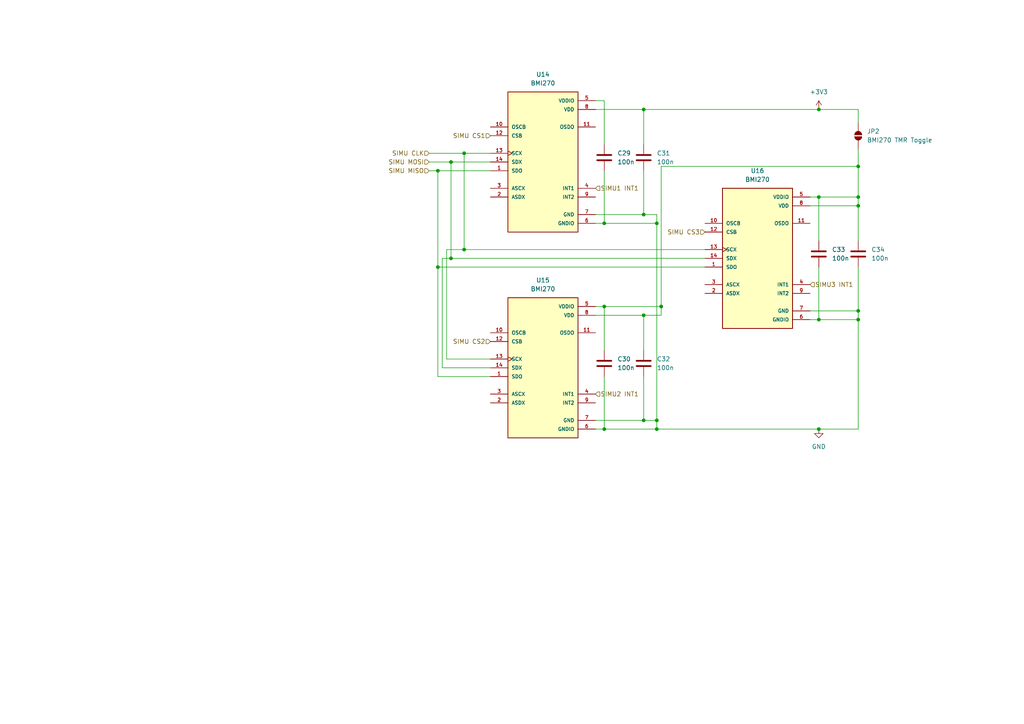
<source format=kicad_sch>
(kicad_sch (version 20250114) (generator "eeschema") (generator_version "9.0")
  (paper "A4")
  (lib_symbols
    (symbol "BMI270:BMI270" (pin_names (offset 1.016))
      (property "Reference" "U" (at -10.16 21.082 0))
      (property "Value" "BMI270" (at -10.16 -22.86 0))
      (symbol "BMI270_0_0"
        (rectangle (start -10.16 -20.32) (end 10.16 20.32) (stroke (width 0.254)) (fill (type background)))
        (pin input line (at -15.24 10.16 0) (length 5.08) (name "OSCB") (number "10"))
        (pin input line (at -15.24 7.62 0) (length 5.08) (name "CSB") (number "12"))
        (pin input clock (at -15.24 2.54 0) (length 5.08) (name "SCX") (number "13"))
        (pin bidirectional line (at -15.24 0 0) (length 5.08) (name "SDX") (number "14"))
        (pin bidirectional line (at -15.24 -2.54 0) (length 5.08) (name "SDO") (number "1"))
        (pin bidirectional line (at -15.24 -7.62 0) (length 5.08) (name "ASCX") (number "3"))
        (pin bidirectional line (at -15.24 -10.16 0) (length 5.08) (name "ASDX") (number "2"))
        (pin power_in line (at 15.24 17.78 180) (length 5.08) (name "VDDIO") (number "5"))
        (pin power_in line (at 15.24 15.24 180) (length 5.08) (name "VDD") (number "8"))
        (pin output line (at 15.24 10.16 180) (length 5.08) (name "OSDO") (number "11"))
        (pin bidirectional line (at 15.24 -7.62 180) (length 5.08) (name "INT1") (number "4"))
        (pin bidirectional line (at 15.24 -10.16 180) (length 5.08) (name "INT2") (number "9"))
        (pin power_in line (at 15.24 -15.24 180) (length 5.08) (name "GND") (number "7"))
        (pin power_in line (at 15.24 -17.78 180) (length 5.08) (name "GNDIO") (number "6"))
      )
    )
    (symbol "Device:C" (pin_numbers (hide yes)) (pin_names (offset 0.254))
      (property "Reference" "C" (at 0.635 2.54 0))
      (property "Value" "C" (at 0.635 -2.54 0))
      (symbol "C_0_1"
        (polyline (pts (xy -2.032 0.762) (xy 2.032 0.762)) (stroke (width 0.508)))
        (polyline (pts (xy -2.032 -0.762) (xy 2.032 -0.762)) (stroke (width 0.508)))
      )
      (symbol "C_1_1"
        (pin passive line (at 0 3.81 270) (length 2.794) (name "~") (number "1"))
        (pin passive line (at 0 -3.81 90) (length 2.794) (name "~") (number "2"))
      )
    )
    (symbol "Jumper:SolderJumper_2_Open" (pin_numbers (hide yes)) (pin_names (offset 0) (hide yes)) (in_bom no)
      (property "Reference" "JP" (at 0 2.032 0))
      (property "Value" "SolderJumper_2_Open" (at 0 -2.54 0))
      (symbol "SolderJumper_2_Open_0_1"
        (polyline (pts (xy -0.254 1.016) (xy -0.254 -1.016)))
        (arc (start -0.254 -1.016) (mid -1.2656 0) (end -0.254 1.016))
        (arc (start -0.254 -1.016) (mid -1.2656 0) (end -0.254 1.016) (fill (type outline)))
        (arc (start 0.254 1.016) (mid 1.2656 0) (end 0.254 -1.016))
        (arc (start 0.254 1.016) (mid 1.2656 0) (end 0.254 -1.016) (fill (type outline)))
        (polyline (pts (xy 0.254 1.016) (xy 0.254 -1.016)))
      )
      (symbol "SolderJumper_2_Open_1_1"
        (pin passive line (at -3.81 0 0) (length 2.54) (name "A") (number "1"))
        (pin passive line (at 3.81 0 180) (length 2.54) (name "B") (number "2"))
      )
    )
    (symbol "power:+3V3" (power) (pin_numbers (hide yes)) (pin_names (offset 0) (hide yes))
      (property "Value" "+3V3" (at 0 3.556 0))
      (symbol "+3V3_0_1"
        (polyline (pts (xy -0.762 1.27) (xy 0 2.54)))
        (polyline (pts (xy 0 2.54) (xy 0.762 1.27)))
        (polyline (pts (xy 0 0) (xy 0 2.54)))
      )
      (symbol "+3V3_1_1"
        (pin power_in line (at 0 0 90) (length 0) (name "~") (number "1"))
      )
    )
    (symbol "power:GND" (power) (pin_numbers (hide yes)) (pin_names (offset 0) (hide yes))
      (property "Value" "GND" (at 0 -3.81 0))
      (symbol "GND_0_1"
        (polyline (pts (xy 0 0) (xy 0 -1.27) (xy 1.27 -1.27) (xy 0 -2.54) (xy -1.27 -1.27) (xy 0 -1.27)))
      )
      (symbol "GND_1_1"
        (pin power_in line (at 0 0 270) (length 0) (name "~") (number "1"))
      )
    )
  )
  (junction (at 248.92 59.69))
  (junction (at 175.26 64.77))
  (junction (at 237.49 31.75))
  (junction (at 190.5 121.92))
  (junction (at 175.26 88.9))
  (junction (at 130.81 46.99))
  (junction (at 248.92 90.17))
  (junction (at 127 49.53))
  (junction (at 186.69 31.75))
  (junction (at 186.69 62.23))
  (junction (at 237.49 57.15))
  (junction (at 127 77.47))
  (junction (at 191.77 88.9))
  (junction (at 237.49 92.71))
  (junction (at 175.26 124.46))
  (junction (at 190.5 124.46))
  (junction (at 248.92 92.71))
  (junction (at 248.92 48.26))
  (junction (at 186.69 121.92))
  (junction (at 134.62 44.45))
  (junction (at 248.92 57.15))
  (junction (at 186.69 91.44))
  (junction (at 134.62 72.39))
  (junction (at 237.49 124.46))
  (junction (at 190.5 64.77))
  (junction (at 130.81 74.93))
  (wire (pts (xy 127 77.47) (xy 204.47 77.47)))
  (wire (pts (xy 172.72 91.44) (xy 186.69 91.44)))
  (wire (pts (xy 248.92 90.17) (xy 248.92 92.71)))
  (wire (pts (xy 130.81 46.99) (xy 142.24 46.99)))
  (wire (pts (xy 172.72 31.75) (xy 186.69 31.75)))
  (wire (pts (xy 142.24 49.53) (xy 127 49.53)))
  (wire (pts (xy 186.69 31.75) (xy 237.49 31.75)))
  (wire (pts (xy 129.54 72.39) (xy 129.54 104.14)))
  (wire (pts (xy 237.49 77.47) (xy 237.49 92.71)))
  (wire (pts (xy 124.46 44.45) (xy 134.62 44.45)))
  (wire (pts (xy 237.49 57.15) (xy 234.95 57.15)))
  (wire (pts (xy 248.92 57.15) (xy 248.92 48.26)))
  (wire (pts (xy 186.69 121.92) (xy 190.5 121.92)))
  (wire (pts (xy 248.92 57.15) (xy 237.49 57.15)))
  (wire (pts (xy 172.72 124.46) (xy 175.26 124.46)))
  (wire (pts (xy 134.62 44.45) (xy 134.62 72.39)))
  (wire (pts (xy 130.81 74.93) (xy 204.47 74.93)))
  (wire (pts (xy 186.69 62.23) (xy 190.5 62.23)))
  (wire (pts (xy 248.92 31.75) (xy 237.49 31.75)))
  (wire (pts (xy 128.27 74.93) (xy 130.81 74.93)))
  (wire (pts (xy 142.24 106.68) (xy 128.27 106.68)))
  (wire (pts (xy 234.95 90.17) (xy 248.92 90.17)))
  (wire (pts (xy 134.62 72.39) (xy 129.54 72.39)))
  (wire (pts (xy 175.26 88.9) (xy 175.26 101.6)))
  (wire (pts (xy 237.49 124.46) (xy 248.92 124.46)))
  (wire (pts (xy 175.26 29.21) (xy 175.26 41.91)))
  (wire (pts (xy 124.46 46.99) (xy 130.81 46.99)))
  (wire (pts (xy 127 77.47) (xy 127 109.22)))
  (wire (pts (xy 186.69 49.53) (xy 186.69 62.23)))
  (wire (pts (xy 186.69 109.22) (xy 186.69 121.92)))
  (wire (pts (xy 134.62 72.39) (xy 204.47 72.39)))
  (wire (pts (xy 191.77 48.26) (xy 248.92 48.26)))
  (wire (pts (xy 186.69 91.44) (xy 186.69 101.6)))
  (wire (pts (xy 190.5 64.77) (xy 190.5 121.92)))
  (wire (pts (xy 190.5 64.77) (xy 190.5 62.23)))
  (wire (pts (xy 248.92 59.69) (xy 248.92 69.85)))
  (wire (pts (xy 234.95 92.71) (xy 237.49 92.71)))
  (wire (pts (xy 127 109.22) (xy 142.24 109.22)))
  (wire (pts (xy 175.26 124.46) (xy 190.5 124.46)))
  (wire (pts (xy 248.92 48.26) (xy 248.92 43.18)))
  (wire (pts (xy 130.81 46.99) (xy 130.81 74.93)))
  (wire (pts (xy 248.92 57.15) (xy 248.92 59.69)))
  (wire (pts (xy 172.72 29.21) (xy 175.26 29.21)))
  (wire (pts (xy 128.27 106.68) (xy 128.27 74.93)))
  (wire (pts (xy 248.92 77.47) (xy 248.92 90.17)))
  (wire (pts (xy 248.92 35.56) (xy 248.92 31.75)))
  (wire (pts (xy 191.77 88.9) (xy 191.77 48.26)))
  (wire (pts (xy 175.26 49.53) (xy 175.26 64.77)))
  (wire (pts (xy 237.49 57.15) (xy 237.49 69.85)))
  (wire (pts (xy 127 49.53) (xy 127 77.47)))
  (wire (pts (xy 172.72 88.9) (xy 175.26 88.9)))
  (wire (pts (xy 186.69 31.75) (xy 186.69 41.91)))
  (wire (pts (xy 190.5 124.46) (xy 237.49 124.46)))
  (wire (pts (xy 186.69 91.44) (xy 191.77 91.44)))
  (wire (pts (xy 134.62 44.45) (xy 142.24 44.45)))
  (wire (pts (xy 172.72 121.92) (xy 186.69 121.92)))
  (wire (pts (xy 248.92 92.71) (xy 248.92 124.46)))
  (wire (pts (xy 191.77 91.44) (xy 191.77 88.9)))
  (wire (pts (xy 172.72 64.77) (xy 175.26 64.77)))
  (wire (pts (xy 175.26 64.77) (xy 190.5 64.77)))
  (wire (pts (xy 237.49 92.71) (xy 248.92 92.71)))
  (wire (pts (xy 186.69 62.23) (xy 172.72 62.23)))
  (wire (pts (xy 175.26 88.9) (xy 191.77 88.9)))
  (wire (pts (xy 190.5 121.92) (xy 190.5 124.46)))
  (wire (pts (xy 234.95 59.69) (xy 248.92 59.69)))
  (wire (pts (xy 129.54 104.14) (xy 142.24 104.14)))
  (wire (pts (xy 175.26 109.22) (xy 175.26 124.46)))
  (wire (pts (xy 124.46 49.53) (xy 127 49.53)))
  (hierarchical_label "SIMU2 INT1" (shape input) (at 172.72 114.3 0))
  (hierarchical_label "SIMU CS2" (shape input) (at 142.24 99.06 180))
  (hierarchical_label "SIMU CLK" (shape input) (at 124.46 44.45 180))
  (hierarchical_label "SIMU3 INT1" (shape input) (at 234.95 82.55 0))
  (hierarchical_label "SIMU MOSI" (shape input) (at 124.46 46.99 180))
  (hierarchical_label "SIMU CS3" (shape input) (at 204.47 67.31 180))
  (hierarchical_label "SIMU1 INT1" (shape input) (at 172.72 54.61 0))
  (hierarchical_label "SIMU CS1" (shape input) (at 142.24 39.37 180))
  (hierarchical_label "SIMU MISO" (shape input) (at 124.46 49.53 180))
  (symbol (lib_id "Device:C") (at 237.49 73.66 0) (unit 1)
    (property "Reference" "C33" (at 241.3 72.39 0) (effects (justify left)))
    (property "Value" "100n" (at 241.3 74.93 0) (effects (justify left)))
    (property "Footprint" "Capacitor_SMD:C_0603_1608Metric" (effects (hide yes)))
    (property "Description" "Unpolarized capacitor" (effects (hide yes)))
  )
  (symbol (lib_id "Device:C") (at 186.69 45.72 0) (unit 1)
    (property "Reference" "C31" (at 190.5 44.45 0) (effects (justify left)))
    (property "Value" "100n" (at 190.5 46.99 0) (effects (justify left)))
    (property "Footprint" "Capacitor_SMD:C_0603_1608Metric" (effects (hide yes)))
    (property "Description" "Unpolarized capacitor" (effects (hide yes)))
  )
  (symbol (lib_id "BMI270:BMI270") (at 157.48 106.68 0) (unit 1)
    (property "Reference" "U15" (at 157.48 81.28 0))
    (property "Value" "BMI270" (at 157.48 83.82 0))
    (property "Footprint" "BMI270:XDCR_BMI270" (effects (hide yes)))
    (property "PATREV" "1.0" (effects (hide yes)))
    (property "MF" "Bosch Sensortec" (effects (hide yes)))
    (property "MAXIMUM_PACKAGE_HEIGHT" "0.87mm" (effects (hide yes)))
    (property "Package" "LGA-14 Bosch Sensortec" (effects (hide yes)))
    (property "Price" "None" (effects (hide yes)))
    (property "Check_prices" "https://www.snapeda.com/parts/BMI270/Bosch/view-part/?ref=eda" (effects (hide yes)))
    (property "STANDARD" "Manufacturer Recommendations" (effects (hide yes)))
    (property "SnapEDA_Link" "https://www.snapeda.com/parts/BMI270/Bosch/view-part/?ref=snap" (effects (hide yes)))
    (property "MP" "BMI270" (effects (hide yes)))
    (property "Description_1" "Accelerometer, Gyroscope, 6 Axis Sensor I2C, SPI Output" (effects (hide yes)))
    (property "Availability" "In Stock" (effects (hide yes)))
    (property "MANUFACTURER" "Bosch Sensortec" (effects (hide yes)))
  )
  (symbol (lib_id "power:GND") (at 237.49 124.46 0) (unit 1)
    (property "Reference" "#PWR060" (effects (hide yes)))
    (property "Value" "GND" (at 237.49 129.54 0))
    (property "Description" "Power symbol creates a global label with name \"GND\" , ground" (effects (hide yes)))
  )
  (symbol (lib_id "BMI270:BMI270") (at 219.71 74.93 0) (unit 1)
    (property "Reference" "U16" (at 219.71 49.53 0))
    (property "Value" "BMI270" (at 219.71 52.07 0))
    (property "Footprint" "BMI270:XDCR_BMI270" (effects (hide yes)))
    (property "PATREV" "1.0" (effects (hide yes)))
    (property "MF" "Bosch Sensortec" (effects (hide yes)))
    (property "MAXIMUM_PACKAGE_HEIGHT" "0.87mm" (effects (hide yes)))
    (property "Package" "LGA-14 Bosch Sensortec" (effects (hide yes)))
    (property "Price" "None" (effects (hide yes)))
    (property "Check_prices" "https://www.snapeda.com/parts/BMI270/Bosch/view-part/?ref=eda" (effects (hide yes)))
    (property "STANDARD" "Manufacturer Recommendations" (effects (hide yes)))
    (property "SnapEDA_Link" "https://www.snapeda.com/parts/BMI270/Bosch/view-part/?ref=snap" (effects (hide yes)))
    (property "MP" "BMI270" (effects (hide yes)))
    (property "Description_1" "Accelerometer, Gyroscope, 6 Axis Sensor I2C, SPI Output" (effects (hide yes)))
    (property "Availability" "In Stock" (effects (hide yes)))
    (property "MANUFACTURER" "Bosch Sensortec" (effects (hide yes)))
  )
  (symbol (lib_id "Device:C") (at 175.26 45.72 0) (unit 1)
    (property "Reference" "C29" (at 179.07 44.45 0) (effects (justify left)))
    (property "Value" "100n" (at 179.07 46.99 0) (effects (justify left)))
    (property "Footprint" "Capacitor_SMD:C_0603_1608Metric" (effects (hide yes)))
    (property "Description" "Unpolarized capacitor" (effects (hide yes)))
  )
  (symbol (lib_id "power:+3V3") (at 237.49 31.75 0) (unit 1)
    (property "Reference" "#PWR059" (effects (hide yes)))
    (property "Value" "+3V3" (at 237.49 26.67 0))
    (property "Description" "Power symbol creates a global label with name \"+3V3\"" (effects (hide yes)))
  )
  (symbol (lib_id "Device:C") (at 248.92 73.66 0) (unit 1)
    (property "Reference" "C34" (at 252.73 72.39 0) (effects (justify left)))
    (property "Value" "100n" (at 252.73 74.93 0) (effects (justify left)))
    (property "Footprint" "Capacitor_SMD:C_0603_1608Metric" (effects (hide yes)))
    (property "Description" "Unpolarized capacitor" (effects (hide yes)))
  )
  (symbol (lib_id "BMI270:BMI270") (at 157.48 46.99 0) (unit 1)
    (property "Reference" "U14" (at 157.48 21.59 0))
    (property "Value" "BMI270" (at 157.48 24.13 0))
    (property "Footprint" "BMI270:XDCR_BMI270" (effects (hide yes)))
    (property "PATREV" "1.0" (effects (hide yes)))
    (property "MF" "Bosch Sensortec" (effects (hide yes)))
    (property "MAXIMUM_PACKAGE_HEIGHT" "0.87mm" (effects (hide yes)))
    (property "Package" "LGA-14 Bosch Sensortec" (effects (hide yes)))
    (property "Price" "None" (effects (hide yes)))
    (property "Check_prices" "https://www.snapeda.com/parts/BMI270/Bosch/view-part/?ref=eda" (effects (hide yes)))
    (property "STANDARD" "Manufacturer Recommendations" (effects (hide yes)))
    (property "SnapEDA_Link" "https://www.snapeda.com/parts/BMI270/Bosch/view-part/?ref=snap" (effects (hide yes)))
    (property "MP" "BMI270" (effects (hide yes)))
    (property "Description_1" "Accelerometer, Gyroscope, 6 Axis Sensor I2C, SPI Output" (effects (hide yes)))
    (property "Availability" "In Stock" (effects (hide yes)))
    (property "MANUFACTURER" "Bosch Sensortec" (effects (hide yes)))
  )
  (symbol (lib_id "Device:C") (at 186.69 105.41 0) (unit 1)
    (property "Reference" "C32" (at 190.5 104.14 0) (effects (justify left)))
    (property "Value" "100n" (at 190.5 106.68 0) (effects (justify left)))
    (property "Footprint" "Capacitor_SMD:C_0603_1608Metric" (effects (hide yes)))
    (property "Description" "Unpolarized capacitor" (effects (hide yes)))
  )
  (symbol (lib_id "Device:C") (at 175.26 105.41 0) (unit 1)
    (property "Reference" "C30" (at 179.07 104.14 0) (effects (justify left)))
    (property "Value" "100n" (at 179.07 106.68 0) (effects (justify left)))
    (property "Footprint" "Capacitor_SMD:C_0603_1608Metric" (effects (hide yes)))
    (property "Description" "Unpolarized capacitor" (effects (hide yes)))
  )
  (symbol (lib_id "Jumper:SolderJumper_2_Open") (at 248.92 39.37 90) (unit 1) (in_bom no)
    (property "Reference" "JP2" (at 251.46 38.0999 90) (effects (justify right)))
    (property "Value" "BMI270 TMR Toggle" (at 251.46 40.6399 90) (effects (justify right)))
    (property "Footprint" "Resistor_SMD:R_0603_1608Metric_Pad0.98x0.95mm_HandSolder" (effects (hide yes)))
    (property "Description" "Solder Jumper, 2-pole, open" (effects (hide yes)))
  )
)
</source>
